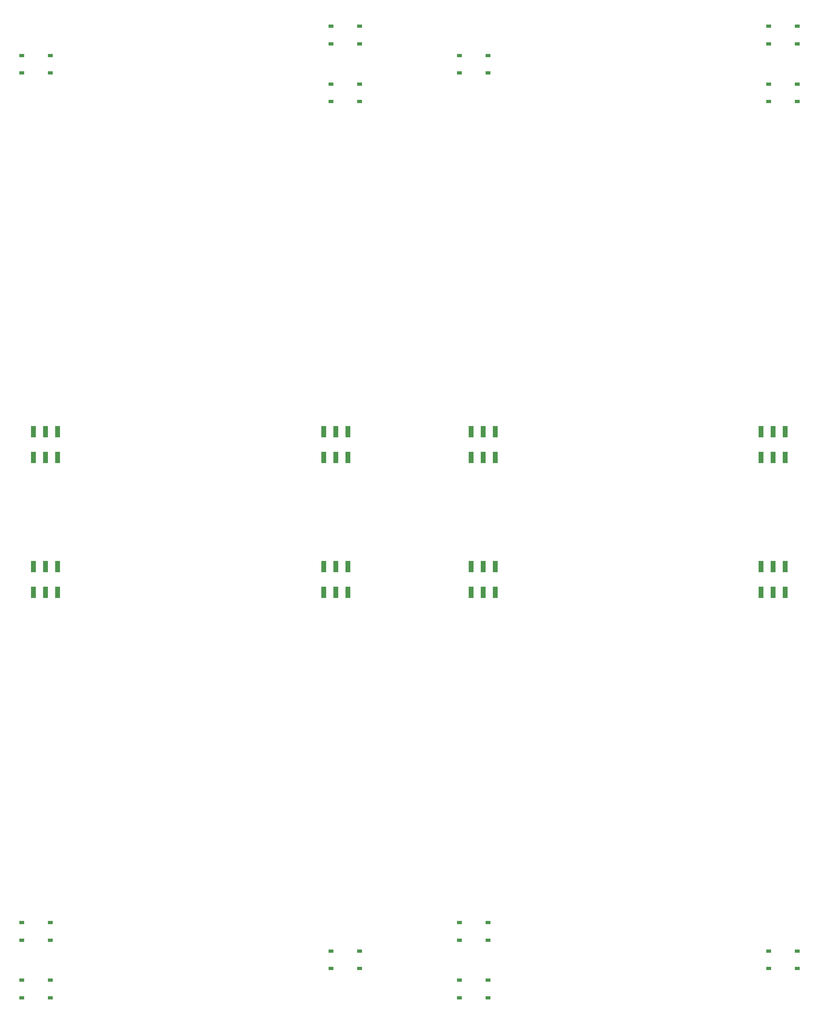
<source format=gbr>
%TF.GenerationSoftware,KiCad,Pcbnew,8.0.8*%
%TF.CreationDate,2025-03-20T15:54:21-03:00*%
%TF.ProjectId,nsec-badge-2025-panel,6e736563-2d62-4616-9467-652d32303235,rev?*%
%TF.SameCoordinates,Original*%
%TF.FileFunction,Paste,Top*%
%TF.FilePolarity,Positive*%
%FSLAX46Y46*%
G04 Gerber Fmt 4.6, Leading zero omitted, Abs format (unit mm)*
G04 Created by KiCad (PCBNEW 8.0.8) date 2025-03-20 15:54:21*
%MOMM*%
%LPD*%
G01*
G04 APERTURE LIST*
%ADD10R,1.019990X2.400000*%
%ADD11R,1.000000X0.750013*%
G04 APERTURE END LIST*
D10*
%TO.C,J2*%
X116541018Y-113370000D03*
X114001013Y-113370000D03*
X111461008Y-113370000D03*
X111461008Y-107961974D03*
X114001013Y-107961974D03*
X116541018Y-107961974D03*
%TD*%
D11*
%TO.C,SW3*%
X17001000Y-28870000D03*
X23001000Y-28870000D03*
X17001000Y-32569772D03*
X23001000Y-32569772D03*
%TD*%
D10*
%TO.C,J1*%
X111461022Y-136370000D03*
X114001027Y-136370000D03*
X116541032Y-136370000D03*
X116541032Y-141778026D03*
X114001027Y-141778026D03*
X111461022Y-141778026D03*
%TD*%
D11*
%TO.C,SW3*%
X88001014Y-220870000D03*
X82001014Y-220870000D03*
X88001014Y-217170228D03*
X82001014Y-217170228D03*
%TD*%
D10*
%TO.C,J1*%
X85541005Y-113370000D03*
X83001000Y-113370000D03*
X80460995Y-113370000D03*
X80460995Y-107961974D03*
X83001000Y-107961974D03*
X85541005Y-107961974D03*
%TD*%
D11*
%TO.C,SW1*%
X174001013Y-34870000D03*
X180001013Y-34870000D03*
X174001013Y-38569772D03*
X180001013Y-38569772D03*
%TD*%
D10*
%TO.C,J1*%
X19461009Y-136370000D03*
X22001014Y-136370000D03*
X24541019Y-136370000D03*
X24541019Y-141778026D03*
X22001014Y-141778026D03*
X19461009Y-141778026D03*
%TD*%
%TO.C,J1*%
X177541018Y-113370000D03*
X175001013Y-113370000D03*
X172461008Y-113370000D03*
X172461008Y-107961974D03*
X175001013Y-107961974D03*
X177541018Y-107961974D03*
%TD*%
D11*
%TO.C,SW2*%
X115001027Y-227020114D03*
X109001027Y-227020114D03*
X115001027Y-223320342D03*
X109001027Y-223320342D03*
%TD*%
D10*
%TO.C,J2*%
X24541005Y-113370000D03*
X22001000Y-113370000D03*
X19460995Y-113370000D03*
X19460995Y-107961974D03*
X22001000Y-107961974D03*
X24541005Y-107961974D03*
%TD*%
D11*
%TO.C,SW1*%
X23001014Y-214870000D03*
X17001014Y-214870000D03*
X23001014Y-211170228D03*
X17001014Y-211170228D03*
%TD*%
%TO.C,SW2*%
X174001013Y-22719886D03*
X180001013Y-22719886D03*
X174001013Y-26419658D03*
X180001013Y-26419658D03*
%TD*%
%TO.C,SW2*%
X23001014Y-227020114D03*
X17001014Y-227020114D03*
X23001014Y-223320342D03*
X17001014Y-223320342D03*
%TD*%
%TO.C,SW3*%
X109001013Y-28870000D03*
X115001013Y-28870000D03*
X109001013Y-32569772D03*
X115001013Y-32569772D03*
%TD*%
%TO.C,SW1*%
X82001000Y-34870000D03*
X88001000Y-34870000D03*
X82001000Y-38569772D03*
X88001000Y-38569772D03*
%TD*%
D10*
%TO.C,J2*%
X80461009Y-136370000D03*
X83001014Y-136370000D03*
X85541019Y-136370000D03*
X85541019Y-141778026D03*
X83001014Y-141778026D03*
X80461009Y-141778026D03*
%TD*%
%TO.C,J2*%
X172461022Y-136370000D03*
X175001027Y-136370000D03*
X177541032Y-136370000D03*
X177541032Y-141778026D03*
X175001027Y-141778026D03*
X172461022Y-141778026D03*
%TD*%
D11*
%TO.C,SW2*%
X82001000Y-22719886D03*
X88001000Y-22719886D03*
X82001000Y-26419658D03*
X88001000Y-26419658D03*
%TD*%
%TO.C,SW3*%
X180001027Y-220870000D03*
X174001027Y-220870000D03*
X180001027Y-217170228D03*
X174001027Y-217170228D03*
%TD*%
%TO.C,SW1*%
X115001027Y-214870000D03*
X109001027Y-214870000D03*
X115001027Y-211170228D03*
X109001027Y-211170228D03*
%TD*%
M02*

</source>
